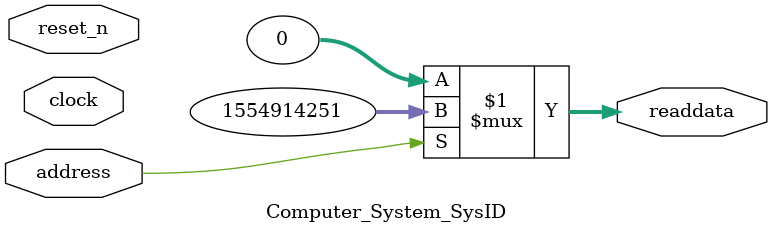
<source format=v>



// synthesis translate_off
`timescale 1ns / 1ps
// synthesis translate_on

// turn off superfluous verilog processor warnings 
// altera message_level Level1 
// altera message_off 10034 10035 10036 10037 10230 10240 10030 

module Computer_System_SysID (
               // inputs:
                address,
                clock,
                reset_n,

               // outputs:
                readdata
             )
;

  output  [ 31: 0] readdata;
  input            address;
  input            clock;
  input            reset_n;

  wire    [ 31: 0] readdata;
  //control_slave, which is an e_avalon_slave
  assign readdata = address ? 1554914251 : 0;

endmodule



</source>
